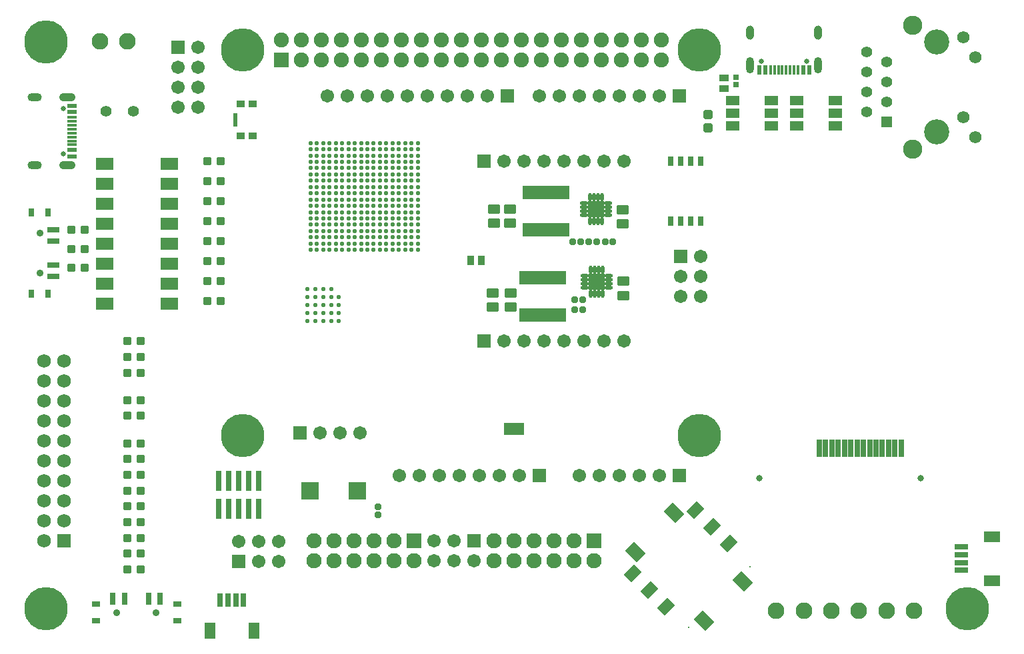
<source format=gts>
G04*
G04 #@! TF.GenerationSoftware,Altium Limited,Altium Designer,23.11.1 (41)*
G04*
G04 Layer_Color=8388736*
%FSLAX44Y44*%
%MOMM*%
G71*
G04*
G04 #@! TF.SameCoordinates,BF087CC3-BE28-4B26-89C1-CEA847933F0A*
G04*
G04*
G04 #@! TF.FilePolarity,Negative*
G04*
G01*
G75*
%ADD25R,1.5000X0.7000*%
%ADD26R,0.8000X1.0000*%
%ADD28R,2.1600X1.5200*%
%ADD31R,0.6000X1.1500*%
%ADD34R,0.7600X1.2700*%
%ADD44R,1.0000X0.9000*%
%ADD45R,0.5500X1.7000*%
%ADD46R,1.1500X0.6000*%
%ADD47R,1.0000X0.8000*%
%ADD52R,0.7000X1.5000*%
%ADD56R,0.3000X1.1500*%
%ADD60R,1.1500X0.3000*%
%ADD61R,2.6000X1.6000*%
G04:AMPARAMS|DCode=62|XSize=1.0032mm|YSize=1.0032mm|CornerRadius=0.2016mm|HoleSize=0mm|Usage=FLASHONLY|Rotation=0.000|XOffset=0mm|YOffset=0mm|HoleType=Round|Shape=RoundedRectangle|*
%AMROUNDEDRECTD62*
21,1,1.0032,0.6000,0,0,0.0*
21,1,0.6000,1.0032,0,0,0.0*
1,1,0.4032,0.3000,-0.3000*
1,1,0.4032,-0.3000,-0.3000*
1,1,0.4032,-0.3000,0.3000*
1,1,0.4032,0.3000,0.3000*
%
%ADD62ROUNDEDRECTD62*%
%ADD63R,0.7033X2.2032*%
%ADD64C,0.5532*%
%ADD65R,1.7032X1.2032*%
%ADD66R,0.7600X0.7600*%
%ADD67R,1.1532X0.9532*%
%ADD68R,2.0032X2.0032*%
%ADD69O,1.1032X0.4532*%
G04:AMPARAMS|DCode=70|XSize=1.6032mm|YSize=1.2032mm|CornerRadius=0.2266mm|HoleSize=0mm|Usage=FLASHONLY|Rotation=0.000|XOffset=0mm|YOffset=0mm|HoleType=Round|Shape=RoundedRectangle|*
%AMROUNDEDRECTD70*
21,1,1.6032,0.7500,0,0,0.0*
21,1,1.1500,1.2032,0,0,0.0*
1,1,0.4532,0.5750,-0.3750*
1,1,0.4532,-0.5750,-0.3750*
1,1,0.4532,-0.5750,0.3750*
1,1,0.4532,0.5750,0.3750*
%
%ADD70ROUNDEDRECTD70*%
%ADD71O,0.4532X1.1032*%
%ADD72R,1.7532X0.8032*%
G04:AMPARAMS|DCode=73|XSize=2.1032mm|YSize=1.6032mm|CornerRadius=0mm|HoleSize=0mm|Usage=FLASHONLY|Rotation=135.000|XOffset=0mm|YOffset=0mm|HoleType=Round|Shape=Rectangle|*
%AMROTATEDRECTD73*
4,1,4,1.3104,-0.1768,0.1768,-1.3104,-1.3104,0.1768,-0.1768,1.3104,1.3104,-0.1768,0.0*
%
%ADD73ROTATEDRECTD73*%

G04:AMPARAMS|DCode=74|XSize=0.8032mm|YSize=0.8032mm|CornerRadius=0.1616mm|HoleSize=0mm|Usage=FLASHONLY|Rotation=90.000|XOffset=0mm|YOffset=0mm|HoleType=Round|Shape=RoundedRectangle|*
%AMROUNDEDRECTD74*
21,1,0.8032,0.4800,0,0,90.0*
21,1,0.4800,0.8032,0,0,90.0*
1,1,0.3232,0.2400,0.2400*
1,1,0.3232,0.2400,-0.2400*
1,1,0.3232,-0.2400,-0.2400*
1,1,0.3232,-0.2400,0.2400*
%
%ADD74ROUNDEDRECTD74*%
%ADD75R,0.9532X1.1532*%
G04:AMPARAMS|DCode=76|XSize=1.9032mm|YSize=1.4032mm|CornerRadius=0mm|HoleSize=0mm|Usage=FLASHONLY|Rotation=45.000|XOffset=0mm|YOffset=0mm|HoleType=Round|Shape=Rectangle|*
%AMROTATEDRECTD76*
4,1,4,-0.1768,-1.1690,-1.1690,-0.1768,0.1768,1.1690,1.1690,0.1768,-0.1768,-1.1690,0.0*
%
%ADD76ROTATEDRECTD76*%

%ADD77C,0.5732*%
%ADD78R,2.2032X2.2032*%
%ADD79R,0.8032X2.6032*%
%ADD80R,0.8032X1.7532*%
%ADD81R,5.9032X1.8032*%
G04:AMPARAMS|DCode=82|XSize=0.8032mm|YSize=0.8032mm|CornerRadius=0.1616mm|HoleSize=0mm|Usage=FLASHONLY|Rotation=180.000|XOffset=0mm|YOffset=0mm|HoleType=Round|Shape=RoundedRectangle|*
%AMROUNDEDRECTD82*
21,1,0.8032,0.4800,0,0,180.0*
21,1,0.4800,0.8032,0,0,180.0*
1,1,0.3232,-0.2400,0.2400*
1,1,0.3232,0.2400,0.2400*
1,1,0.3232,0.2400,-0.2400*
1,1,0.3232,-0.2400,-0.2400*
%
%ADD82ROUNDEDRECTD82*%
%ADD83R,0.8382X1.4732*%
%ADD84R,2.0032X1.4032*%
G04:AMPARAMS|DCode=85|XSize=1.2032mm|YSize=1.1032mm|CornerRadius=0.2141mm|HoleSize=0mm|Usage=FLASHONLY|Rotation=0.000|XOffset=0mm|YOffset=0mm|HoleType=Round|Shape=RoundedRectangle|*
%AMROUNDEDRECTD85*
21,1,1.2032,0.6750,0,0,0.0*
21,1,0.7750,1.1032,0,0,0.0*
1,1,0.4282,0.3875,-0.3375*
1,1,0.4282,-0.3875,-0.3375*
1,1,0.4282,-0.3875,0.3375*
1,1,0.4282,0.3875,0.3375*
%
%ADD85ROUNDEDRECTD85*%
%ADD86R,1.4032X2.0032*%
%ADD87R,1.7032X1.7032*%
%ADD88C,1.7032*%
%ADD89C,0.9000*%
%ADD90C,0.8032*%
%ADD91C,0.5588*%
%ADD92C,5.5032*%
%ADD93C,1.3900*%
%ADD94C,1.9032*%
%ADD95C,2.1032*%
%ADD96C,1.9304*%
%ADD97C,1.4032*%
%ADD98C,1.7532*%
%ADD99C,1.5700*%
%ADD100R,1.7532X1.7532*%
%ADD101R,1.9032X1.9032*%
%ADD102R,1.8796X1.8796*%
%ADD103C,3.2000*%
%ADD104R,1.3900X1.3900*%
%ADD105C,2.4500*%
G04:AMPARAMS|DCode=106|XSize=1mm|YSize=1.8mm|CornerRadius=0.5mm|HoleSize=0mm|Usage=FLASHONLY|Rotation=180.000|XOffset=0mm|YOffset=0mm|HoleType=Round|Shape=RoundedRectangle|*
%AMROUNDEDRECTD106*
21,1,1.0000,0.8000,0,0,180.0*
21,1,0.0000,1.8000,0,0,180.0*
1,1,1.0000,0.0000,0.4000*
1,1,1.0000,0.0000,0.4000*
1,1,1.0000,0.0000,-0.4000*
1,1,1.0000,0.0000,-0.4000*
%
%ADD106ROUNDEDRECTD106*%
G04:AMPARAMS|DCode=107|XSize=1mm|YSize=2.1mm|CornerRadius=0.5mm|HoleSize=0mm|Usage=FLASHONLY|Rotation=180.000|XOffset=0mm|YOffset=0mm|HoleType=Round|Shape=RoundedRectangle|*
%AMROUNDEDRECTD107*
21,1,1.0000,1.1000,0,0,180.0*
21,1,0.0000,2.1000,0,0,180.0*
1,1,1.0000,0.0000,0.5500*
1,1,1.0000,0.0000,0.5500*
1,1,1.0000,0.0000,-0.5500*
1,1,1.0000,0.0000,-0.5500*
%
%ADD107ROUNDEDRECTD107*%
%ADD108C,0.6500*%
%ADD109R,1.7032X1.7032*%
%ADD110C,0.2032*%
G04:AMPARAMS|DCode=111|XSize=1mm|YSize=2.1mm|CornerRadius=0.5mm|HoleSize=0mm|Usage=FLASHONLY|Rotation=270.000|XOffset=0mm|YOffset=0mm|HoleType=Round|Shape=RoundedRectangle|*
%AMROUNDEDRECTD111*
21,1,1.0000,1.1000,0,0,270.0*
21,1,0.0000,2.1000,0,0,270.0*
1,1,1.0000,-0.5500,0.0000*
1,1,1.0000,-0.5500,0.0000*
1,1,1.0000,0.5500,0.0000*
1,1,1.0000,0.5500,0.0000*
%
%ADD111ROUNDEDRECTD111*%
G04:AMPARAMS|DCode=112|XSize=1mm|YSize=1.8mm|CornerRadius=0.5mm|HoleSize=0mm|Usage=FLASHONLY|Rotation=270.000|XOffset=0mm|YOffset=0mm|HoleType=Round|Shape=RoundedRectangle|*
%AMROUNDEDRECTD112*
21,1,1.0000,0.8000,0,0,270.0*
21,1,0.0000,1.8000,0,0,270.0*
1,1,1.0000,-0.4000,0.0000*
1,1,1.0000,-0.4000,0.0000*
1,1,1.0000,0.4000,0.0000*
1,1,1.0000,0.4000,0.0000*
%
%ADD112ROUNDEDRECTD112*%
D25*
X469500Y742000D02*
D03*
Y787000D02*
D03*
Y802000D02*
D03*
Y757000D02*
D03*
D26*
X441500Y823500D02*
D03*
X462500D02*
D03*
X441500Y720500D02*
D03*
X462500D02*
D03*
D28*
X534162Y860298D02*
D03*
Y885698D02*
D03*
Y834898D02*
D03*
Y809498D02*
D03*
Y784098D02*
D03*
Y758698D02*
D03*
Y733298D02*
D03*
Y707898D02*
D03*
X616762Y809498D02*
D03*
Y707898D02*
D03*
Y758698D02*
D03*
Y834898D02*
D03*
Y784098D02*
D03*
Y885698D02*
D03*
Y860298D02*
D03*
Y733298D02*
D03*
D31*
X1429500Y1005000D02*
D03*
X1365500D02*
D03*
X1421500D02*
D03*
X1373500D02*
D03*
D34*
X1266190Y889000D02*
D03*
X1253490D02*
D03*
Y812800D02*
D03*
X1266190D02*
D03*
X1278890D02*
D03*
X1291590D02*
D03*
Y889000D02*
D03*
X1278890D02*
D03*
D44*
X722756Y961824D02*
D03*
Y920824D02*
D03*
X706756D02*
D03*
Y961824D02*
D03*
D45*
X700506Y941324D02*
D03*
D46*
X493100Y959100D02*
D03*
Y895100D02*
D03*
Y903100D02*
D03*
Y951100D02*
D03*
D47*
X523500Y325500D02*
D03*
Y304500D02*
D03*
X626500Y325500D02*
D03*
Y304500D02*
D03*
D52*
X590000Y332500D02*
D03*
X605000D02*
D03*
X560000D02*
D03*
X545000D02*
D03*
D56*
X1415000Y1005000D02*
D03*
X1410000D02*
D03*
X1405000D02*
D03*
X1400000D02*
D03*
X1395000D02*
D03*
X1390000D02*
D03*
X1385000D02*
D03*
X1380000D02*
D03*
D60*
X493100Y909600D02*
D03*
Y914600D02*
D03*
Y919600D02*
D03*
Y924600D02*
D03*
Y929600D02*
D03*
Y934600D02*
D03*
Y939600D02*
D03*
Y944600D02*
D03*
D61*
X1054599Y548640D02*
D03*
D62*
X664600Y889000D02*
D03*
X681600D02*
D03*
X664600Y863600D02*
D03*
X681600D02*
D03*
X664600Y838200D02*
D03*
X681600D02*
D03*
X664600Y812800D02*
D03*
X681600D02*
D03*
X664600Y787400D02*
D03*
X681600D02*
D03*
X664600Y762000D02*
D03*
X681600D02*
D03*
X664600Y736600D02*
D03*
X681600D02*
D03*
X664600Y711200D02*
D03*
X681600D02*
D03*
X580000Y660000D02*
D03*
X563000D02*
D03*
Y620000D02*
D03*
Y640000D02*
D03*
Y585000D02*
D03*
Y565000D02*
D03*
Y530000D02*
D03*
Y510000D02*
D03*
Y430000D02*
D03*
Y470000D02*
D03*
Y490000D02*
D03*
Y450000D02*
D03*
Y370000D02*
D03*
Y390000D02*
D03*
Y410000D02*
D03*
X580000Y640000D02*
D03*
Y620000D02*
D03*
Y370000D02*
D03*
X491880Y753110D02*
D03*
X508880D02*
D03*
X491880Y801370D02*
D03*
X508880D02*
D03*
X491880Y777240D02*
D03*
X508880D02*
D03*
X580000Y530000D02*
D03*
Y510000D02*
D03*
Y585000D02*
D03*
Y490000D02*
D03*
Y470000D02*
D03*
Y565000D02*
D03*
Y450000D02*
D03*
Y430000D02*
D03*
Y410000D02*
D03*
Y390000D02*
D03*
D63*
X1450001Y524000D02*
D03*
X1458002D02*
D03*
X1466000D02*
D03*
X1474001D02*
D03*
X1482002D02*
D03*
X1490001D02*
D03*
X1498002D02*
D03*
X1506000D02*
D03*
X1514001D02*
D03*
X1522002D02*
D03*
X1530000D02*
D03*
X1538002D02*
D03*
X1546000D02*
D03*
X1442002D02*
D03*
D64*
X860000Y840000D02*
D03*
X932000Y872000D02*
D03*
X916000Y904000D02*
D03*
X892000Y912000D02*
D03*
X908000Y880000D02*
D03*
X884000Y888000D02*
D03*
X924000Y848000D02*
D03*
X892000Y864000D02*
D03*
X876000D02*
D03*
X884000Y856000D02*
D03*
X868000D02*
D03*
X892000Y848000D02*
D03*
Y832000D02*
D03*
X884000Y840000D02*
D03*
X876000Y832000D02*
D03*
X916000Y824000D02*
D03*
X908000Y800000D02*
D03*
X884000Y824000D02*
D03*
X868000D02*
D03*
X884000Y808000D02*
D03*
X932000Y792000D02*
D03*
X900000Y776000D02*
D03*
X876000Y784000D02*
D03*
X860000Y896000D02*
D03*
X836000Y904000D02*
D03*
X852000Y872000D02*
D03*
X828000Y880000D02*
D03*
X860000Y864000D02*
D03*
X852000Y856000D02*
D03*
X844000Y864000D02*
D03*
Y848000D02*
D03*
X836000Y856000D02*
D03*
X820000D02*
D03*
X812000Y912000D02*
D03*
X804000Y888000D02*
D03*
X796000Y864000D02*
D03*
X852000Y840000D02*
D03*
X860000Y832000D02*
D03*
X836000Y840000D02*
D03*
X844000Y832000D02*
D03*
X860000Y816000D02*
D03*
X852000Y824000D02*
D03*
X836000D02*
D03*
X852000Y792000D02*
D03*
X812000Y832000D02*
D03*
X804000Y808000D02*
D03*
X828000Y800000D02*
D03*
X796000Y784000D02*
D03*
X820000Y776000D02*
D03*
X860000Y848000D02*
D03*
X868000Y840000D02*
D03*
X876000D02*
D03*
X876000Y848000D02*
D03*
X884000Y896000D02*
D03*
Y904000D02*
D03*
X924000Y776000D02*
D03*
Y784000D02*
D03*
X924000Y792000D02*
D03*
X924000Y800000D02*
D03*
Y816000D02*
D03*
Y824000D02*
D03*
X924000Y832000D02*
D03*
X932000Y776000D02*
D03*
Y784000D02*
D03*
Y800000D02*
D03*
Y808000D02*
D03*
Y816000D02*
D03*
Y824000D02*
D03*
X932000Y840000D02*
D03*
X932000Y864000D02*
D03*
X932000Y856000D02*
D03*
X916000Y776000D02*
D03*
X908000D02*
D03*
X900000Y912000D02*
D03*
X900000Y840000D02*
D03*
Y800000D02*
D03*
X876000Y776000D02*
D03*
X844000Y872000D02*
D03*
X836000Y776000D02*
D03*
X820000Y832000D02*
D03*
X812000Y864000D02*
D03*
X796000Y808000D02*
D03*
X932000Y848000D02*
D03*
X924000Y840000D02*
D03*
X916000Y912000D02*
D03*
X884000Y792000D02*
D03*
X868000Y904000D02*
D03*
Y872000D02*
D03*
X860000Y912000D02*
D03*
X836000Y896000D02*
D03*
Y816000D02*
D03*
X828000Y872000D02*
D03*
Y816000D02*
D03*
X820000Y840000D02*
D03*
Y800000D02*
D03*
X796000Y912000D02*
D03*
X916000Y832000D02*
D03*
X908000Y912000D02*
D03*
Y872000D02*
D03*
Y848000D02*
D03*
X884000Y880000D02*
D03*
X868000Y896000D02*
D03*
X852000Y904000D02*
D03*
X812000Y784000D02*
D03*
X844000Y776000D02*
D03*
X804000Y880000D02*
D03*
X796000Y872000D02*
D03*
X932000Y896000D02*
D03*
X932000Y880000D02*
D03*
X916000Y856000D02*
D03*
X908000Y904000D02*
D03*
X900000Y824000D02*
D03*
X892000Y880000D02*
D03*
X884000Y800000D02*
D03*
X876000Y880000D02*
D03*
X868000Y792000D02*
D03*
X836000Y808000D02*
D03*
X828000Y776000D02*
D03*
X820000Y888000D02*
D03*
Y872000D02*
D03*
X796000Y776000D02*
D03*
X916000Y808000D02*
D03*
X916000Y800000D02*
D03*
X884000Y872000D02*
D03*
X876000Y896000D02*
D03*
X876000Y872000D02*
D03*
X868000Y848000D02*
D03*
Y784000D02*
D03*
X828000Y856000D02*
D03*
X804000D02*
D03*
X796000D02*
D03*
Y840000D02*
D03*
Y792000D02*
D03*
X924000Y864000D02*
D03*
X908000Y896000D02*
D03*
X892000Y888000D02*
D03*
X860000Y792000D02*
D03*
X844000Y896000D02*
D03*
X836000Y792000D02*
D03*
X828000Y904000D02*
D03*
X828000Y792000D02*
D03*
X804000Y832000D02*
D03*
Y824000D02*
D03*
X924000Y912000D02*
D03*
Y904000D02*
D03*
X908000Y824000D02*
D03*
Y792000D02*
D03*
X900000Y848000D02*
D03*
X892000Y800000D02*
D03*
X868000Y888000D02*
D03*
X852000Y776000D02*
D03*
X828000Y912000D02*
D03*
X820000Y864000D02*
D03*
X812000Y896000D02*
D03*
X804000Y800000D02*
D03*
Y776000D02*
D03*
X796000Y888000D02*
D03*
X916000Y896000D02*
D03*
X900000Y904000D02*
D03*
X892000Y808000D02*
D03*
Y784000D02*
D03*
X884000Y776000D02*
D03*
X876000Y808000D02*
D03*
X868000Y912000D02*
D03*
X868000Y808000D02*
D03*
X844000Y800000D02*
D03*
X828000Y888000D02*
D03*
Y848000D02*
D03*
X820000Y824000D02*
D03*
Y792000D02*
D03*
X812000Y816000D02*
D03*
X804000Y912000D02*
D03*
X796000Y904000D02*
D03*
X804000Y848000D02*
D03*
X812000Y872000D02*
D03*
X820000Y896000D02*
D03*
X844000Y888000D02*
D03*
X852000Y912000D02*
D03*
X868000Y800000D02*
D03*
Y880000D02*
D03*
X876000Y904000D02*
D03*
X892000Y792000D02*
D03*
X892000Y872000D02*
D03*
X900000Y816000D02*
D03*
Y832000D02*
D03*
Y856000D02*
D03*
Y864000D02*
D03*
Y872000D02*
D03*
X900000Y896000D02*
D03*
X908000Y840000D02*
D03*
X916000Y784000D02*
D03*
X916000Y864000D02*
D03*
X924000Y808000D02*
D03*
Y888000D02*
D03*
X932000Y832000D02*
D03*
Y912000D02*
D03*
X924000Y872000D02*
D03*
X908000Y808000D02*
D03*
X900000Y880000D02*
D03*
X892000Y896000D02*
D03*
X884000Y784000D02*
D03*
X852000D02*
D03*
X820000Y808000D02*
D03*
X804000Y896000D02*
D03*
X924000Y896000D02*
D03*
X916000Y816000D02*
D03*
X908000Y784000D02*
D03*
X876000Y800000D02*
D03*
X852000Y888000D02*
D03*
X852000Y880000D02*
D03*
X844000Y912000D02*
D03*
X836000D02*
D03*
Y880000D02*
D03*
X828000Y840000D02*
D03*
X812000Y888000D02*
D03*
Y776000D02*
D03*
X804000Y864000D02*
D03*
X796000Y816000D02*
D03*
X916000Y840000D02*
D03*
X908000Y856000D02*
D03*
Y816000D02*
D03*
X900000Y784000D02*
D03*
X892000Y776000D02*
D03*
X852000Y816000D02*
D03*
Y800000D02*
D03*
X836000Y832000D02*
D03*
Y848000D02*
D03*
X844000Y824000D02*
D03*
Y840000D02*
D03*
Y856000D02*
D03*
X852000Y832000D02*
D03*
X860000Y824000D02*
D03*
Y856000D02*
D03*
X868000Y832000D02*
D03*
X876000Y824000D02*
D03*
X876000Y856000D02*
D03*
X884000Y832000D02*
D03*
Y848000D02*
D03*
X892000Y824000D02*
D03*
X892000Y840000D02*
D03*
X892000Y856000D02*
D03*
X828000Y824000D02*
D03*
Y784000D02*
D03*
X812000Y840000D02*
D03*
X796000Y896000D02*
D03*
Y832000D02*
D03*
X932000Y888000D02*
D03*
X900000Y888000D02*
D03*
X884000Y912000D02*
D03*
X876000Y816000D02*
D03*
X852000Y808000D02*
D03*
X844000Y792000D02*
D03*
X836000Y888000D02*
D03*
X820000Y904000D02*
D03*
Y880000D02*
D03*
Y784000D02*
D03*
X812000Y856000D02*
D03*
X812000Y800000D02*
D03*
X804000Y816000D02*
D03*
X796000Y800000D02*
D03*
X924000Y880000D02*
D03*
X916000D02*
D03*
Y792000D02*
D03*
X876000Y792000D02*
D03*
X860000Y888000D02*
D03*
Y880000D02*
D03*
Y784000D02*
D03*
X844000Y816000D02*
D03*
X836000Y800000D02*
D03*
X828000Y808000D02*
D03*
X820000Y848000D02*
D03*
X812000Y904000D02*
D03*
X804000Y792000D02*
D03*
X796000Y848000D02*
D03*
X916000D02*
D03*
X908000Y864000D02*
D03*
X900000Y792000D02*
D03*
X892000Y816000D02*
D03*
X884000D02*
D03*
X860000Y800000D02*
D03*
X828000Y896000D02*
D03*
X812000Y848000D02*
D03*
X812000Y824000D02*
D03*
X804000Y784000D02*
D03*
X796000Y880000D02*
D03*
Y824000D02*
D03*
X812000Y792000D02*
D03*
X820000Y816000D02*
D03*
X828000Y832000D02*
D03*
X836000Y784000D02*
D03*
Y864000D02*
D03*
X844000Y808000D02*
D03*
X852000Y848000D02*
D03*
X852000Y864000D02*
D03*
X860000Y776000D02*
D03*
X868000Y864000D02*
D03*
X884000D02*
D03*
X916000Y872000D02*
D03*
X900000Y808000D02*
D03*
X892000Y904000D02*
D03*
X876000Y912000D02*
D03*
Y888000D02*
D03*
X868000Y816000D02*
D03*
X868000Y776000D02*
D03*
X860000Y872000D02*
D03*
X860000Y808000D02*
D03*
X836000Y872000D02*
D03*
X828000Y864000D02*
D03*
X812000Y808000D02*
D03*
X804000Y904000D02*
D03*
X932000D02*
D03*
X924000Y856000D02*
D03*
X916000Y888000D02*
D03*
X908000D02*
D03*
Y832000D02*
D03*
X860000Y904000D02*
D03*
X852000Y896000D02*
D03*
X844000Y904000D02*
D03*
Y880000D02*
D03*
Y784000D02*
D03*
X820000Y912000D02*
D03*
X804000Y872000D02*
D03*
Y840000D02*
D03*
X812000Y880000D02*
D03*
D65*
X1462140Y949960D02*
D03*
X1380860D02*
D03*
X1413140Y965960D02*
D03*
Y949960D02*
D03*
Y933960D02*
D03*
X1462140Y965960D02*
D03*
Y933960D02*
D03*
X1380860D02*
D03*
Y965960D02*
D03*
X1331860Y933960D02*
D03*
Y949960D02*
D03*
Y965960D02*
D03*
D66*
X1336040Y995200D02*
D03*
Y986000D02*
D03*
D67*
X1320800Y994715D02*
D03*
Y980715D02*
D03*
D68*
X1158250Y827920D02*
D03*
X1159510Y735330D02*
D03*
D69*
X1143000Y835420D02*
D03*
Y830420D02*
D03*
Y825420D02*
D03*
X1144260Y742830D02*
D03*
Y737830D02*
D03*
Y732830D02*
D03*
X1173500Y835420D02*
D03*
Y830420D02*
D03*
Y825420D02*
D03*
Y820420D02*
D03*
X1143000D02*
D03*
X1174760Y742830D02*
D03*
Y737830D02*
D03*
Y732830D02*
D03*
Y727830D02*
D03*
X1144260D02*
D03*
D70*
X1192530Y808990D02*
D03*
X1028590Y828150D02*
D03*
X1048910D02*
D03*
X1193000Y718000D02*
D03*
X1050290Y721470D02*
D03*
X1027430D02*
D03*
X1028590Y810150D02*
D03*
X1048910D02*
D03*
X1192530Y826990D02*
D03*
X1050290Y703470D02*
D03*
X1027430D02*
D03*
X1193000Y736000D02*
D03*
D71*
X1150750Y812670D02*
D03*
X1152010Y720080D02*
D03*
X1150750Y843170D02*
D03*
X1155750D02*
D03*
X1160750D02*
D03*
X1165750D02*
D03*
Y812670D02*
D03*
X1160750D02*
D03*
X1155750D02*
D03*
X1152010Y750580D02*
D03*
X1157010D02*
D03*
X1162010D02*
D03*
X1167010D02*
D03*
Y720080D02*
D03*
X1162010D02*
D03*
X1157010D02*
D03*
D72*
X1622410Y368600D02*
D03*
Y378600D02*
D03*
Y398600D02*
D03*
Y388600D02*
D03*
D73*
X1344897Y354297D02*
D03*
X1295400Y304800D02*
D03*
X1257570Y441625D02*
D03*
X1208072Y392128D02*
D03*
D74*
X1159385Y786266D02*
D03*
X1131650Y699770D02*
D03*
X1170000Y786000D02*
D03*
X1180000D02*
D03*
X1139110Y786130D02*
D03*
X1129110D02*
D03*
X1149385Y786266D02*
D03*
X1131650Y712470D02*
D03*
X1141650Y699770D02*
D03*
Y712470D02*
D03*
D75*
X999000Y763000D02*
D03*
X1013000D02*
D03*
D76*
X1305830Y423771D02*
D03*
X1225927Y343868D02*
D03*
X1247140Y322654D02*
D03*
X1327043Y402557D02*
D03*
X1204714Y365081D02*
D03*
X1284617Y444984D02*
D03*
D77*
X812000Y726000D02*
D03*
X822000Y706000D02*
D03*
X792000Y686000D02*
D03*
X832000Y716000D02*
D03*
Y686000D02*
D03*
X822000Y696000D02*
D03*
Y686000D02*
D03*
X812000Y716000D02*
D03*
Y686000D02*
D03*
X802000Y726000D02*
D03*
X792000D02*
D03*
Y696000D02*
D03*
Y716000D02*
D03*
X802000Y706000D02*
D03*
X792000D02*
D03*
X832000D02*
D03*
X802000Y686000D02*
D03*
X812000Y706000D02*
D03*
X822000Y716000D02*
D03*
X802000Y696000D02*
D03*
X832000D02*
D03*
X822000Y726000D02*
D03*
X812000Y696000D02*
D03*
X802000Y716000D02*
D03*
D78*
X795500Y469900D02*
D03*
X855500D02*
D03*
D79*
X717550Y482600D02*
D03*
X704850D02*
D03*
X679450D02*
D03*
X692150Y446600D02*
D03*
X704850D02*
D03*
X679450D02*
D03*
X730250D02*
D03*
Y482600D02*
D03*
X717550Y446600D02*
D03*
X692150Y482600D02*
D03*
D80*
X680900Y330850D02*
D03*
X690900D02*
D03*
X710900D02*
D03*
X700900D02*
D03*
D81*
X1094740Y802000D02*
D03*
Y849000D02*
D03*
X1090930Y693376D02*
D03*
Y740376D02*
D03*
D82*
X881380Y449500D02*
D03*
Y439500D02*
D03*
D83*
X1046480Y548640D02*
D03*
X1062959D02*
D03*
X1054718D02*
D03*
D84*
X1661160Y411600D02*
D03*
Y355600D02*
D03*
D85*
X1300480Y931300D02*
D03*
Y948300D02*
D03*
D86*
X723900Y292100D02*
D03*
X667900D02*
D03*
D87*
X1086800Y489200D02*
D03*
X782320Y543560D02*
D03*
X704850Y379730D02*
D03*
X1046160Y971800D02*
D03*
X1264600Y489200D02*
D03*
X1016000Y889000D02*
D03*
X1003300Y406400D02*
D03*
X1264600Y971800D02*
D03*
X1016000Y660400D02*
D03*
D88*
X1010600Y489200D02*
D03*
X909000D02*
D03*
X934400D02*
D03*
X985200D02*
D03*
X959800D02*
D03*
X1036000D02*
D03*
X1061400D02*
D03*
X1193800Y889000D02*
D03*
X893760Y971800D02*
D03*
X1291400Y717300D02*
D03*
X1193800Y660400D02*
D03*
X858520Y543560D02*
D03*
X755650Y405130D02*
D03*
X652780Y1033780D02*
D03*
X755650Y379730D02*
D03*
X652780Y1008380D02*
D03*
Y982980D02*
D03*
X1168400Y660400D02*
D03*
X1291400Y768100D02*
D03*
X704850Y405130D02*
D03*
X730250Y379730D02*
D03*
X652780Y957580D02*
D03*
X730250Y405130D02*
D03*
X995360Y971800D02*
D03*
X817560D02*
D03*
X842960D02*
D03*
X868360D02*
D03*
X919160D02*
D03*
X944560D02*
D03*
X969960D02*
D03*
X1020760D02*
D03*
X1239200Y489200D02*
D03*
X1213800D02*
D03*
X1188400D02*
D03*
X1163000D02*
D03*
X1137600D02*
D03*
X1266000Y717300D02*
D03*
X1291400Y742700D02*
D03*
X1266000D02*
D03*
X627380Y957580D02*
D03*
Y982980D02*
D03*
Y1008380D02*
D03*
X1168400Y889000D02*
D03*
X1143000D02*
D03*
X1117600D02*
D03*
X1092200D02*
D03*
X1066800D02*
D03*
X1041400D02*
D03*
X952500Y381000D02*
D03*
X977900D02*
D03*
X1003300D02*
D03*
X952500Y406400D02*
D03*
X977900D02*
D03*
X833120Y543560D02*
D03*
X807720D02*
D03*
X1086800Y971800D02*
D03*
X1112200D02*
D03*
X1137600D02*
D03*
X1163000D02*
D03*
X1188400D02*
D03*
X1213800D02*
D03*
X1239200D02*
D03*
X1041400Y660400D02*
D03*
X1066800D02*
D03*
X1092200D02*
D03*
X1117600D02*
D03*
X1143000D02*
D03*
D89*
X452000Y747000D02*
D03*
Y797000D02*
D03*
X600000Y315000D02*
D03*
X550000D02*
D03*
D90*
X1570501Y486002D02*
D03*
X1366000D02*
D03*
D91*
X1290000Y519119D02*
D03*
X1275235Y525235D02*
D03*
X1269119Y540000D02*
D03*
X1275235Y554765D02*
D03*
X1290000Y560881D02*
D03*
X1304765Y554765D02*
D03*
X1310881Y540000D02*
D03*
X1304765Y525235D02*
D03*
X724765D02*
D03*
X730881Y540000D02*
D03*
X724765Y554765D02*
D03*
X710000Y560881D02*
D03*
X695235Y554765D02*
D03*
X689119Y540000D02*
D03*
X695235Y525235D02*
D03*
X710000Y519119D02*
D03*
Y1009119D02*
D03*
X695235Y1015235D02*
D03*
X689119Y1030000D02*
D03*
X695235Y1044765D02*
D03*
X710000Y1050881D02*
D03*
X724765Y1044765D02*
D03*
X730881Y1030000D02*
D03*
X724765Y1015235D02*
D03*
X1304765D02*
D03*
X1310881Y1030000D02*
D03*
X1304765Y1044765D02*
D03*
X1290000Y1050881D02*
D03*
X1275235Y1044765D02*
D03*
X1269119Y1030000D02*
D03*
X1275235Y1015235D02*
D03*
X1290000Y1009119D02*
D03*
X460000Y299119D02*
D03*
X445235Y305235D02*
D03*
X439119Y320000D02*
D03*
X445235Y334765D02*
D03*
X460000Y340881D02*
D03*
X474765Y334765D02*
D03*
X480881Y320000D02*
D03*
X474765Y305235D02*
D03*
X1644765D02*
D03*
X1650881Y320000D02*
D03*
X1644765Y334765D02*
D03*
X1630000Y340881D02*
D03*
X1615235Y334765D02*
D03*
X1609119Y320000D02*
D03*
X1615235Y305235D02*
D03*
X1630000Y299119D02*
D03*
X460000Y1019119D02*
D03*
X445235Y1025235D02*
D03*
X439119Y1040000D02*
D03*
X445235Y1054765D02*
D03*
X460000Y1060881D02*
D03*
X474765Y1054765D02*
D03*
X480881Y1040000D02*
D03*
X474765Y1025235D02*
D03*
D92*
X1290000Y540000D02*
D03*
X710000D02*
D03*
Y1030000D02*
D03*
X1290000D02*
D03*
X460000Y320000D02*
D03*
X1630000D02*
D03*
X460000Y1040000D02*
D03*
D93*
X1502300Y1027300D02*
D03*
X1527700Y963800D02*
D03*
Y989200D02*
D03*
Y1014600D02*
D03*
X1502300Y951100D02*
D03*
Y976500D02*
D03*
Y1001900D02*
D03*
D94*
X1114300Y1042700D02*
D03*
X1165100D02*
D03*
X987300D02*
D03*
X1063500Y1017300D02*
D03*
X1241300D02*
D03*
X911100Y1042700D02*
D03*
X860300Y1017300D02*
D03*
X809500Y1042700D02*
D03*
X961900Y1017300D02*
D03*
X1241300Y1042700D02*
D03*
X1215900D02*
D03*
Y1017300D02*
D03*
X1190500Y1042700D02*
D03*
Y1017300D02*
D03*
X1165100D02*
D03*
X1139700Y1042700D02*
D03*
Y1017300D02*
D03*
X1114300D02*
D03*
X1088900Y1042700D02*
D03*
Y1017300D02*
D03*
X1063500Y1042700D02*
D03*
X1038100D02*
D03*
Y1017300D02*
D03*
X1012700Y1042700D02*
D03*
Y1017300D02*
D03*
X987300D02*
D03*
X961900Y1042700D02*
D03*
X936500D02*
D03*
Y1017300D02*
D03*
X911100D02*
D03*
X885700Y1042700D02*
D03*
Y1017300D02*
D03*
X860300Y1042700D02*
D03*
X834900D02*
D03*
Y1017300D02*
D03*
X809500D02*
D03*
X784100Y1042700D02*
D03*
Y1017300D02*
D03*
X758700Y1042700D02*
D03*
D95*
X1492400Y317500D02*
D03*
X1387400D02*
D03*
X528600Y1041400D02*
D03*
X1422400Y317500D02*
D03*
X1457400D02*
D03*
X563600Y1041400D02*
D03*
X1562400Y317500D02*
D03*
X1527400D02*
D03*
D96*
X1054100Y406400D02*
D03*
Y381000D02*
D03*
X825500Y406400D02*
D03*
Y381000D02*
D03*
X1028700D02*
D03*
Y406400D02*
D03*
X800100Y381000D02*
D03*
Y406400D02*
D03*
X850900Y381000D02*
D03*
X876300D02*
D03*
X901700D02*
D03*
X927100D02*
D03*
X850900Y406400D02*
D03*
X876300D02*
D03*
X901700D02*
D03*
X1130300D02*
D03*
X1104900D02*
D03*
X1079500D02*
D03*
X1155700Y381000D02*
D03*
X1130300D02*
D03*
X1104900D02*
D03*
X1079500D02*
D03*
D97*
X535738Y952246D02*
D03*
X570738D02*
D03*
D98*
X457200Y635000D02*
D03*
Y609600D02*
D03*
Y584200D02*
D03*
Y533400D02*
D03*
Y558800D02*
D03*
Y508000D02*
D03*
Y482600D02*
D03*
Y457200D02*
D03*
Y431800D02*
D03*
X482600Y457200D02*
D03*
Y558800D02*
D03*
Y584200D02*
D03*
Y482600D02*
D03*
Y431800D02*
D03*
Y533400D02*
D03*
Y508000D02*
D03*
Y635000D02*
D03*
Y609600D02*
D03*
X457200Y406400D02*
D03*
D99*
X1640200Y919600D02*
D03*
X1625000Y1046100D02*
D03*
Y945000D02*
D03*
X1640200Y1020700D02*
D03*
D100*
X482600Y406400D02*
D03*
D101*
X758700Y1017300D02*
D03*
D102*
X927100Y406400D02*
D03*
X1155700D02*
D03*
D103*
X1591200Y1040000D02*
D03*
Y925700D02*
D03*
D104*
X1527700Y938400D02*
D03*
D105*
X1560700Y1061600D02*
D03*
Y904100D02*
D03*
D106*
X1440700Y1052550D02*
D03*
X1354300D02*
D03*
D107*
X1440700Y1010750D02*
D03*
X1354300D02*
D03*
D108*
X1426400Y1015750D02*
D03*
X1368600D02*
D03*
X482350Y898200D02*
D03*
Y956000D02*
D03*
D109*
X1266000Y768100D02*
D03*
X627380Y1033780D02*
D03*
D110*
X1353913Y373566D02*
D03*
X1276131Y295784D02*
D03*
D111*
X487350Y883900D02*
D03*
Y970300D02*
D03*
D112*
X445550Y883900D02*
D03*
Y970300D02*
D03*
M02*

</source>
